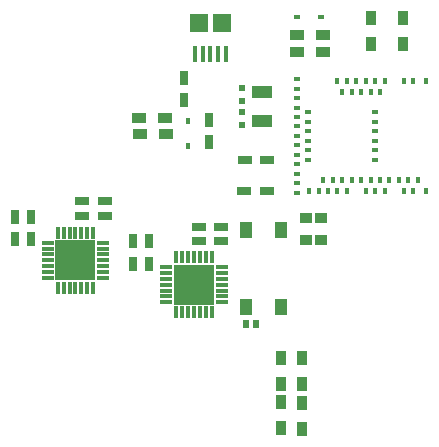
<source format=gbr>
G04 #@! TF.GenerationSoftware,KiCad,Pcbnew,(5.1.2)-1*
G04 #@! TF.CreationDate,2020-12-24T11:37:57-05:00*
G04 #@! TF.ProjectId,Glove PCB,476c6f76-6520-4504-9342-2e6b69636164,rev?*
G04 #@! TF.SameCoordinates,PX1312d00PYb80f240*
G04 #@! TF.FileFunction,Paste,Top*
G04 #@! TF.FilePolarity,Positive*
%FSLAX46Y46*%
G04 Gerber Fmt 4.6, Leading zero omitted, Abs format (unit mm)*
G04 Created by KiCad (PCBNEW (5.1.2)-1) date 2020-12-24 11:37:57*
%MOMM*%
%LPD*%
G04 APERTURE LIST*
%ADD10R,1.800000X1.000000*%
%ADD11R,1.200000X0.900000*%
%ADD12R,0.900000X1.200000*%
%ADD13R,0.575000X0.650000*%
%ADD14R,1.000000X0.845000*%
%ADD15R,0.300000X1.000000*%
%ADD16R,1.000000X0.300000*%
%ADD17R,3.350000X3.350000*%
%ADD18R,1.100000X1.400000*%
%ADD19R,1.200000X0.750000*%
%ADD20R,0.750000X1.200000*%
%ADD21R,0.600000X0.400000*%
%ADD22R,0.400000X0.600000*%
%ADD23R,0.600000X0.450000*%
%ADD24R,0.450000X0.600000*%
%ADD25R,0.400000X1.350000*%
%ADD26R,1.500000X1.550000*%
%ADD27R,0.500000X0.600000*%
G04 APERTURE END LIST*
D10*
X31635000Y30500000D03*
X31635000Y28000000D03*
D11*
X34582000Y33823000D03*
X36782000Y33823000D03*
X36782000Y35286500D03*
X34582000Y35286500D03*
D12*
X34978300Y7953400D03*
X34978300Y5753400D03*
X33200300Y7953400D03*
X33200300Y5753400D03*
D11*
X21275000Y26884000D03*
X23475000Y26884000D03*
D13*
X31060500Y10818500D03*
X30285500Y10818500D03*
D14*
X35308500Y17910500D03*
X35308500Y19835500D03*
D15*
X14314000Y13866000D03*
X14814000Y13866000D03*
X15314000Y13866000D03*
X15814000Y13866000D03*
X16314000Y13866000D03*
X16814000Y13866000D03*
X17314000Y13866000D03*
D16*
X18164000Y14716000D03*
X18164000Y15216000D03*
X18164000Y15716000D03*
X18164000Y16216000D03*
X18164000Y16716000D03*
X18164000Y17216000D03*
X18164000Y17716000D03*
D15*
X17314000Y18566000D03*
X16814000Y18566000D03*
X16314000Y18566000D03*
X15814000Y18566000D03*
X15314000Y18566000D03*
X14814000Y18566000D03*
X14314000Y18566000D03*
D16*
X13464000Y17716000D03*
X13464000Y17216000D03*
X13464000Y16716000D03*
X13464000Y16216000D03*
X13464000Y15716000D03*
X13464000Y15216000D03*
X13464000Y14716000D03*
D17*
X15814000Y16216000D03*
D18*
X33254000Y18750000D03*
X30254000Y18750000D03*
X33254000Y12250000D03*
X30254000Y12250000D03*
D19*
X26251200Y19078000D03*
X28151200Y19078000D03*
D20*
X20675000Y15913000D03*
X20675000Y17813000D03*
D19*
X28151200Y17828000D03*
X26251200Y17828000D03*
D20*
X22037000Y15913000D03*
X22037000Y17813000D03*
X27150000Y26200000D03*
X27150000Y28100000D03*
D21*
X41200000Y24750000D03*
X41200000Y25550000D03*
X41200000Y26350000D03*
X41200000Y27150000D03*
X41200000Y27950000D03*
X41200000Y28750000D03*
D22*
X45500000Y22100000D03*
X44800000Y23000000D03*
X44400000Y22100000D03*
X44000000Y23000000D03*
X43600000Y22100000D03*
X43200000Y23000000D03*
X42400000Y23000000D03*
X42000000Y22100000D03*
X41600000Y23000000D03*
X41200000Y22100000D03*
X40800000Y23000000D03*
X40400000Y22100000D03*
X40000000Y23000000D03*
X39200000Y23000000D03*
X38800000Y22100000D03*
X38400000Y23000000D03*
X38000000Y22100000D03*
X37600000Y23000000D03*
X37200000Y22100000D03*
X36800000Y23000000D03*
X36400000Y22100000D03*
X35600000Y22100000D03*
D21*
X34600000Y21950000D03*
X34600000Y22750000D03*
X34600000Y23550000D03*
X34600000Y24350000D03*
X35500000Y24750000D03*
X34600000Y25150000D03*
X35500000Y25550000D03*
X34600000Y25950000D03*
X35500000Y26350000D03*
X34600000Y26750000D03*
X35500000Y27150000D03*
X34600000Y27550000D03*
X35500000Y27950000D03*
X34600000Y28350000D03*
X35500000Y28750000D03*
X34600000Y29150000D03*
X34600000Y29950000D03*
X34600000Y30750000D03*
X34600000Y31550000D03*
D22*
X38000000Y31400000D03*
X38400000Y30500000D03*
X38800000Y31400000D03*
X39200000Y30500000D03*
X39600000Y31400000D03*
X40000000Y30500000D03*
X40400000Y31400000D03*
X40800000Y30500000D03*
X41200000Y31400000D03*
X41600000Y30500000D03*
X42000000Y31400000D03*
X43600000Y31400000D03*
X44400000Y31400000D03*
X45500000Y31400000D03*
D23*
X36644500Y36800000D03*
X34544500Y36800000D03*
D24*
X25350000Y28000000D03*
X25350000Y25900000D03*
D19*
X32070000Y24725000D03*
X30170000Y24725000D03*
X30104000Y22058000D03*
X32004000Y22058000D03*
D20*
X25000000Y29750000D03*
X25000000Y31650000D03*
D19*
X16388000Y19962500D03*
X18288000Y19962500D03*
X16388000Y21232500D03*
X18288000Y21232500D03*
D20*
X12038000Y19899000D03*
X12038000Y17999000D03*
X10688000Y19899000D03*
X10688000Y17999000D03*
D12*
X40833000Y34550000D03*
X40833000Y36750000D03*
X43563500Y34504000D03*
X43563500Y36704000D03*
D11*
X21234000Y28281000D03*
X23434000Y28281000D03*
D12*
X33200300Y1996900D03*
X33200300Y4196900D03*
X34978300Y1912900D03*
X34978300Y4112900D03*
D15*
X24347000Y11808600D03*
X24847000Y11808600D03*
X25347000Y11808600D03*
X25847000Y11808600D03*
X26347000Y11808600D03*
X26847000Y11808600D03*
X27347000Y11808600D03*
D16*
X28197000Y12658600D03*
X28197000Y13158600D03*
X28197000Y13658600D03*
X28197000Y14158600D03*
X28197000Y14658600D03*
X28197000Y15158600D03*
X28197000Y15658600D03*
D15*
X27347000Y16508600D03*
X26847000Y16508600D03*
X26347000Y16508600D03*
X25847000Y16508600D03*
X25347000Y16508600D03*
X24847000Y16508600D03*
X24347000Y16508600D03*
D16*
X23497000Y15658600D03*
X23497000Y15158600D03*
X23497000Y14658600D03*
X23497000Y14158600D03*
X23497000Y13658600D03*
X23497000Y13158600D03*
X23497000Y12658600D03*
D17*
X25847000Y14158600D03*
D25*
X25950000Y33650000D03*
X26600000Y33650000D03*
X27250000Y33650000D03*
X27900000Y33650000D03*
X28550000Y33650000D03*
D26*
X28250000Y36350000D03*
X26250000Y36350000D03*
D14*
X36642000Y17910500D03*
X36642000Y19835500D03*
D27*
X29885000Y30789500D03*
X29885000Y29689500D03*
X29885000Y28810500D03*
X29885000Y27710500D03*
M02*

</source>
